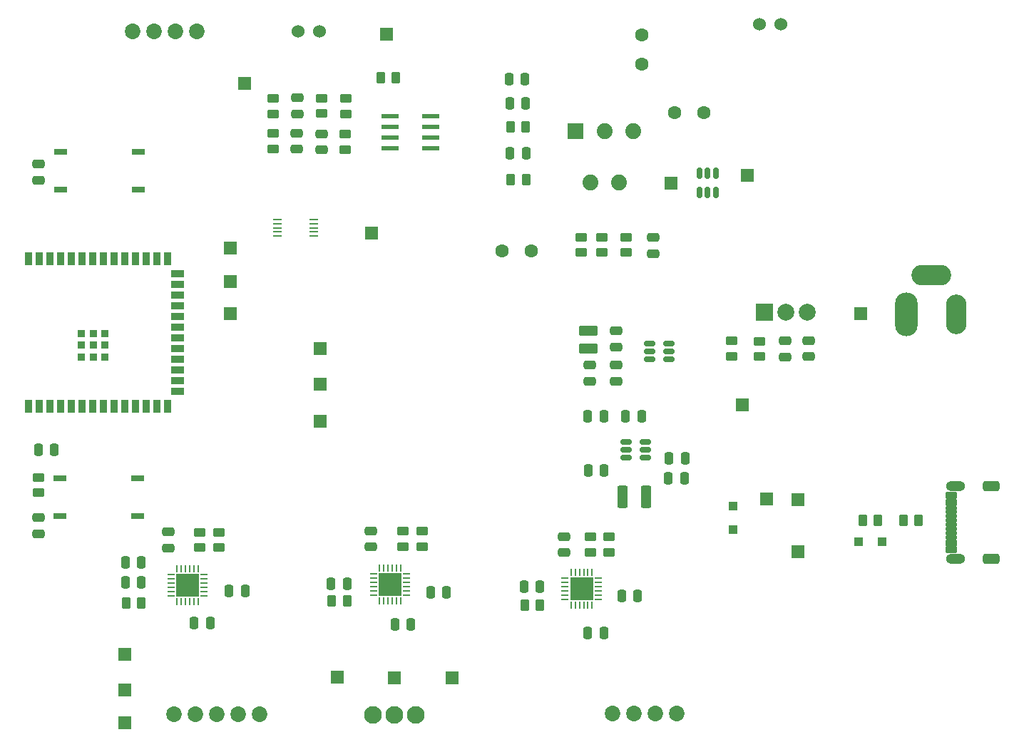
<source format=gts>
G04 #@! TF.GenerationSoftware,KiCad,Pcbnew,8.0.1*
G04 #@! TF.CreationDate,2024-11-07T20:40:26-08:00*
G04 #@! TF.ProjectId,hope_final_project,686f7065-5f66-4696-9e61-6c5f70726f6a,rev?*
G04 #@! TF.SameCoordinates,Original*
G04 #@! TF.FileFunction,Soldermask,Top*
G04 #@! TF.FilePolarity,Negative*
%FSLAX46Y46*%
G04 Gerber Fmt 4.6, Leading zero omitted, Abs format (unit mm)*
G04 Created by KiCad (PCBNEW 8.0.1) date 2024-11-07 20:40:26*
%MOMM*%
%LPD*%
G01*
G04 APERTURE LIST*
G04 Aperture macros list*
%AMRoundRect*
0 Rectangle with rounded corners*
0 $1 Rounding radius*
0 $2 $3 $4 $5 $6 $7 $8 $9 X,Y pos of 4 corners*
0 Add a 4 corners polygon primitive as box body*
4,1,4,$2,$3,$4,$5,$6,$7,$8,$9,$2,$3,0*
0 Add four circle primitives for the rounded corners*
1,1,$1+$1,$2,$3*
1,1,$1+$1,$4,$5*
1,1,$1+$1,$6,$7*
1,1,$1+$1,$8,$9*
0 Add four rect primitives between the rounded corners*
20,1,$1+$1,$2,$3,$4,$5,0*
20,1,$1+$1,$4,$5,$6,$7,0*
20,1,$1+$1,$6,$7,$8,$9,0*
20,1,$1+$1,$8,$9,$2,$3,0*%
G04 Aperture macros list end*
%ADD10RoundRect,0.250000X0.262500X0.450000X-0.262500X0.450000X-0.262500X-0.450000X0.262500X-0.450000X0*%
%ADD11RoundRect,0.250000X-0.450000X0.262500X-0.450000X-0.262500X0.450000X-0.262500X0.450000X0.262500X0*%
%ADD12R,1.500000X1.500000*%
%ADD13RoundRect,0.250000X0.450000X-0.262500X0.450000X0.262500X-0.450000X0.262500X-0.450000X-0.262500X0*%
%ADD14C,2.100000*%
%ADD15R,1.524000X0.762000*%
%ADD16RoundRect,0.250000X-0.250000X-0.475000X0.250000X-0.475000X0.250000X0.475000X-0.250000X0.475000X0*%
%ADD17RoundRect,0.250000X-0.262500X-0.450000X0.262500X-0.450000X0.262500X0.450000X-0.262500X0.450000X0*%
%ADD18RoundRect,0.250000X-0.300000X-0.300000X0.300000X-0.300000X0.300000X0.300000X-0.300000X0.300000X0*%
%ADD19RoundRect,0.250000X0.475000X-0.250000X0.475000X0.250000X-0.475000X0.250000X-0.475000X-0.250000X0*%
%ADD20C,1.524000*%
%ADD21RoundRect,0.250000X0.250000X0.475000X-0.250000X0.475000X-0.250000X-0.475000X0.250000X-0.475000X0*%
%ADD22RoundRect,0.250000X-0.475000X0.250000X-0.475000X-0.250000X0.475000X-0.250000X0.475000X0.250000X0*%
%ADD23C,1.600000*%
%ADD24RoundRect,0.062500X-0.062500X0.350000X-0.062500X-0.350000X0.062500X-0.350000X0.062500X0.350000X0*%
%ADD25RoundRect,0.062500X-0.350000X0.062500X-0.350000X-0.062500X0.350000X-0.062500X0.350000X0.062500X0*%
%ADD26R,2.700000X2.700000*%
%ADD27RoundRect,0.150000X0.512500X0.150000X-0.512500X0.150000X-0.512500X-0.150000X0.512500X-0.150000X0*%
%ADD28R,2.000000X2.000000*%
%ADD29C,2.000000*%
%ADD30R,1.890000X1.890000*%
%ADD31C,1.890000*%
%ADD32O,2.704000X5.204000*%
%ADD33O,2.454000X4.704000*%
%ADD34O,4.704000X2.454000*%
%ADD35C,1.854000*%
%ADD36RoundRect,0.150000X-0.150000X0.512500X-0.150000X-0.512500X0.150000X-0.512500X0.150000X0.512500X0*%
%ADD37R,2.000000X0.600000*%
%ADD38RoundRect,0.250000X-0.850000X0.375000X-0.850000X-0.375000X0.850000X-0.375000X0.850000X0.375000X0*%
%ADD39R,0.900000X1.500000*%
%ADD40R,1.500000X0.900000*%
%ADD41R,0.900000X0.900000*%
%ADD42R,1.100000X0.250000*%
%ADD43RoundRect,0.250000X0.300000X-0.300000X0.300000X0.300000X-0.300000X0.300000X-0.300000X-0.300000X0*%
%ADD44RoundRect,0.090000X0.575000X-0.300000X0.575000X0.300000X-0.575000X0.300000X-0.575000X-0.300000X0*%
%ADD45RoundRect,0.090000X0.575000X-0.150000X0.575000X0.150000X-0.575000X0.150000X-0.575000X-0.150000X0*%
%ADD46O,2.304000X1.204000*%
%ADD47RoundRect,0.301000X0.701000X-0.301000X0.701000X0.301000X-0.701000X0.301000X-0.701000X-0.301000X0*%
%ADD48RoundRect,0.250000X-0.375000X-1.075000X0.375000X-1.075000X0.375000X1.075000X-0.375000X1.075000X0*%
G04 APERTURE END LIST*
D10*
X148386800Y-124917200D03*
X146561800Y-124917200D03*
D11*
X158590627Y-81245900D03*
X158590627Y-83070900D03*
D12*
X186450000Y-90360000D03*
D10*
X125476000Y-124460000D03*
X123651000Y-124460000D03*
D13*
X155740627Y-83083400D03*
X155740627Y-81258400D03*
D14*
X133640000Y-137950000D03*
X131100000Y-137950000D03*
X128560000Y-137950000D03*
D15*
X91363800Y-114355002D03*
X100558600Y-114355002D03*
X91363800Y-109855000D03*
X100558600Y-109855000D03*
D16*
X163631250Y-109893750D03*
X165531250Y-109893750D03*
D17*
X144880000Y-74375000D03*
X146705000Y-74375000D03*
D18*
X186157500Y-117384100D03*
X188957500Y-117384100D03*
D19*
X104241600Y-118160800D03*
X104241600Y-116260800D03*
D20*
X122220000Y-56800000D03*
X119680000Y-56780000D03*
D11*
X116681250Y-68912500D03*
X116681250Y-70737500D03*
D12*
X172974000Y-73914000D03*
X111633000Y-90297000D03*
D19*
X119481250Y-70787500D03*
X119481250Y-68887500D03*
D16*
X154081250Y-108943750D03*
X155981250Y-108943750D03*
D21*
X90728800Y-106527600D03*
X88828800Y-106527600D03*
X148386800Y-122732800D03*
X146486800Y-122732800D03*
D12*
X172420000Y-101130000D03*
D22*
X177450000Y-93560000D03*
X177450000Y-95460000D03*
D21*
X113370400Y-123240800D03*
X111470400Y-123240800D03*
D12*
X137922000Y-133604000D03*
D21*
X109204800Y-127050800D03*
X107304800Y-127050800D03*
D23*
X147325000Y-82875000D03*
X143825000Y-82875000D03*
D13*
X122450000Y-66562500D03*
X122450000Y-64737500D03*
D24*
X107763000Y-120632500D03*
X107263000Y-120632500D03*
X106763000Y-120632500D03*
X106263000Y-120632500D03*
X105763000Y-120632500D03*
X105263000Y-120632500D03*
D25*
X104550500Y-121345000D03*
X104550500Y-121845000D03*
X104550500Y-122345000D03*
X104550500Y-122845000D03*
X104550500Y-123345000D03*
X104550500Y-123845000D03*
D24*
X105263000Y-124557500D03*
X105763000Y-124557500D03*
X106263000Y-124557500D03*
X106763000Y-124557500D03*
X107263000Y-124557500D03*
X107763000Y-124557500D03*
D25*
X108475500Y-123845000D03*
X108475500Y-123345000D03*
X108475500Y-122845000D03*
X108475500Y-122345000D03*
X108475500Y-121845000D03*
X108475500Y-121345000D03*
D26*
X106513000Y-122595000D03*
D24*
X154564400Y-121024300D03*
X154064400Y-121024300D03*
X153564400Y-121024300D03*
X153064400Y-121024300D03*
X152564400Y-121024300D03*
X152064400Y-121024300D03*
D25*
X151351900Y-121736800D03*
X151351900Y-122236800D03*
X151351900Y-122736800D03*
X151351900Y-123236800D03*
X151351900Y-123736800D03*
X151351900Y-124236800D03*
D24*
X152064400Y-124949300D03*
X152564400Y-124949300D03*
X153064400Y-124949300D03*
X153564400Y-124949300D03*
X154064400Y-124949300D03*
X154564400Y-124949300D03*
D25*
X155276900Y-124236800D03*
X155276900Y-123736800D03*
X155276900Y-123236800D03*
X155276900Y-122736800D03*
X155276900Y-122236800D03*
X155276900Y-121736800D03*
D26*
X153314400Y-122986800D03*
D11*
X88798400Y-109782600D03*
X88798400Y-111607600D03*
D27*
X160868750Y-107456250D03*
X160868750Y-106506250D03*
X160868750Y-105556250D03*
X158593750Y-105556250D03*
X158593750Y-106506250D03*
X158593750Y-107456250D03*
D12*
X124333000Y-133477000D03*
D28*
X175020000Y-90190000D03*
D29*
X177560000Y-90190000D03*
X180100000Y-90190000D03*
D30*
X152625000Y-68675000D03*
D31*
X154325000Y-74705000D03*
X156025000Y-68675000D03*
X157725000Y-74705000D03*
X159425000Y-68675000D03*
D12*
X179020000Y-112410000D03*
D15*
X91465400Y-75579801D03*
X100660200Y-75579801D03*
X91465400Y-71079799D03*
X100660200Y-71079799D03*
D12*
X99060000Y-135001000D03*
D19*
X88823800Y-116469200D03*
X88823800Y-114569200D03*
D32*
X191830000Y-90440000D03*
D33*
X197830000Y-90440000D03*
D34*
X194830000Y-85740000D03*
D35*
X164642800Y-137795000D03*
X162102800Y-137795000D03*
X159562800Y-137795000D03*
X157022800Y-137795000D03*
D24*
X131806000Y-120552500D03*
X131306000Y-120552500D03*
X130806000Y-120552500D03*
X130306000Y-120552500D03*
X129806000Y-120552500D03*
X129306000Y-120552500D03*
D25*
X128593500Y-121265000D03*
X128593500Y-121765000D03*
X128593500Y-122265000D03*
X128593500Y-122765000D03*
X128593500Y-123265000D03*
X128593500Y-123765000D03*
D24*
X129306000Y-124477500D03*
X129806000Y-124477500D03*
X130306000Y-124477500D03*
X130806000Y-124477500D03*
X131306000Y-124477500D03*
X131806000Y-124477500D03*
D25*
X132518500Y-123765000D03*
X132518500Y-123265000D03*
X132518500Y-122765000D03*
X132518500Y-122265000D03*
X132518500Y-121765000D03*
X132518500Y-121265000D03*
D26*
X130556000Y-122515000D03*
D22*
X119525000Y-64687500D03*
X119525000Y-66587500D03*
D20*
X174450000Y-55920000D03*
X176990000Y-55940000D03*
D12*
X113284000Y-62992000D03*
X111633000Y-86487000D03*
X179020000Y-118610000D03*
D36*
X169225000Y-73665500D03*
X168275000Y-73665500D03*
X167325000Y-73665500D03*
X167325000Y-75940500D03*
X168275000Y-75940500D03*
X169225000Y-75940500D03*
D21*
X160450000Y-102550000D03*
X158550000Y-102550000D03*
D13*
X156565600Y-118668800D03*
X156565600Y-116843800D03*
D12*
X111633000Y-82550000D03*
D11*
X171150000Y-93577500D03*
X171150000Y-95402500D03*
D10*
X188520800Y-114844100D03*
X186695800Y-114844100D03*
D11*
X125250000Y-68987500D03*
X125250000Y-70812500D03*
D21*
X155940800Y-128219200D03*
X154040800Y-128219200D03*
D22*
X122450000Y-68950000D03*
X122450000Y-70850000D03*
D23*
X160440000Y-60700000D03*
X160440000Y-57200000D03*
D37*
X130531250Y-66867500D03*
X130531250Y-68137500D03*
X130531250Y-69407500D03*
X130531250Y-70677500D03*
X135431250Y-70677500D03*
X135431250Y-69407500D03*
X135431250Y-68137500D03*
X135431250Y-66867500D03*
D11*
X153240627Y-81245900D03*
X153240627Y-83070900D03*
D19*
X151231600Y-118704400D03*
X151231600Y-116804400D03*
D13*
X154381200Y-118668800D03*
X154381200Y-116843800D03*
D21*
X101041200Y-122224800D03*
X99141200Y-122224800D03*
X146725000Y-71275000D03*
X144825000Y-71275000D03*
D16*
X163681250Y-107493750D03*
X165581250Y-107493750D03*
D12*
X175310000Y-112370000D03*
D13*
X132080000Y-118006500D03*
X132080000Y-116181500D03*
D22*
X154300000Y-96450000D03*
X154300000Y-98350000D03*
D38*
X154100000Y-92325000D03*
X154100000Y-94475000D03*
D35*
X115112800Y-137922000D03*
X112572800Y-137922000D03*
X110032800Y-137922000D03*
X107492800Y-137922000D03*
X104952800Y-137922000D03*
D21*
X101041200Y-119888000D03*
X99141200Y-119888000D03*
X137282000Y-123444000D03*
X135382000Y-123444000D03*
D12*
X122301000Y-98679000D03*
D13*
X107950000Y-118110000D03*
X107950000Y-116285000D03*
D12*
X99060000Y-138938000D03*
X131064000Y-133604000D03*
D10*
X146700000Y-68125000D03*
X144875000Y-68125000D03*
X131262500Y-62300000D03*
X129437500Y-62300000D03*
D13*
X125300000Y-66612500D03*
X125300000Y-64787500D03*
D21*
X125476000Y-122428000D03*
X123576000Y-122428000D03*
D22*
X157412500Y-92362500D03*
X157412500Y-94262500D03*
D21*
X146575000Y-62475000D03*
X144675000Y-62475000D03*
X133030000Y-127254000D03*
X131130000Y-127254000D03*
D13*
X116725000Y-66587500D03*
X116725000Y-64762500D03*
X174450000Y-95422500D03*
X174450000Y-93597500D03*
D22*
X161790627Y-81270900D03*
X161790627Y-83170900D03*
D17*
X191496400Y-114844100D03*
X193321400Y-114844100D03*
D35*
X107619800Y-56794400D03*
X105079800Y-56794400D03*
X102539800Y-56794400D03*
X99999800Y-56794400D03*
D10*
X101041200Y-124663200D03*
X99216200Y-124663200D03*
D21*
X159954000Y-123850400D03*
X158054000Y-123850400D03*
D12*
X130175000Y-57150000D03*
D39*
X87603200Y-101309200D03*
X88873200Y-101309200D03*
X90143200Y-101309200D03*
X91413200Y-101309200D03*
X92683200Y-101309200D03*
X93953200Y-101309200D03*
X95223200Y-101309200D03*
X96493200Y-101309200D03*
X97763200Y-101309200D03*
X99033200Y-101309200D03*
X100303200Y-101309200D03*
X101573200Y-101309200D03*
X102843200Y-101309200D03*
X104113200Y-101309200D03*
D40*
X105363200Y-99544200D03*
X105363200Y-98274200D03*
X105363200Y-97004200D03*
X105363200Y-95734200D03*
X105363200Y-94464200D03*
X105363200Y-93194200D03*
X105363200Y-91924200D03*
X105363200Y-90654200D03*
X105363200Y-89384200D03*
X105363200Y-88114200D03*
X105363200Y-86844200D03*
X105363200Y-85574200D03*
D39*
X104113200Y-83809200D03*
X102843200Y-83809200D03*
X101573200Y-83809200D03*
X100303200Y-83809200D03*
X99033200Y-83809200D03*
X97763200Y-83809200D03*
X96493200Y-83809200D03*
X95223200Y-83809200D03*
X93953200Y-83809200D03*
X92683200Y-83809200D03*
X91413200Y-83809200D03*
X90143200Y-83809200D03*
X88873200Y-83809200D03*
X87603200Y-83809200D03*
D41*
X93923200Y-95459200D03*
X95323200Y-95459200D03*
X96723200Y-95459200D03*
X96723200Y-95459200D03*
X93923200Y-94059200D03*
X93923200Y-94059200D03*
X95323200Y-94059200D03*
X96723200Y-94059200D03*
X93923200Y-92659200D03*
X95323200Y-92659200D03*
X96723200Y-92659200D03*
D42*
X117175000Y-79125000D03*
X117175000Y-79625000D03*
X117175000Y-80125000D03*
X117175000Y-80625000D03*
X117175000Y-81125000D03*
X121475000Y-81125000D03*
X121475000Y-80625000D03*
X121475000Y-80125000D03*
X121475000Y-79625000D03*
X121475000Y-79125000D03*
D43*
X171323000Y-115954000D03*
X171323000Y-113154000D03*
D19*
X128270000Y-118044000D03*
X128270000Y-116144000D03*
D21*
X155931250Y-102543750D03*
X154031250Y-102543750D03*
D27*
X163700000Y-95750000D03*
X163700000Y-94800000D03*
X163700000Y-93850000D03*
X161425000Y-93850000D03*
X161425000Y-94800000D03*
X161425000Y-95750000D03*
D12*
X122301000Y-94488000D03*
D23*
X164360000Y-66480000D03*
X167860000Y-66480000D03*
D19*
X88849200Y-74457600D03*
X88849200Y-72557600D03*
D13*
X134366000Y-118006500D03*
X134366000Y-116181500D03*
D12*
X122301000Y-103124000D03*
X128397000Y-80772000D03*
D22*
X180260000Y-93530000D03*
X180260000Y-95430000D03*
D12*
X99060000Y-130810000D03*
D44*
X197165000Y-118350000D03*
X197165000Y-117550000D03*
D45*
X197165000Y-116400000D03*
X197165000Y-115400000D03*
X197165000Y-114900000D03*
X197165000Y-113900000D03*
D44*
X197165000Y-111950000D03*
X197165000Y-112750000D03*
D45*
X197165000Y-113400000D03*
X197165000Y-114400000D03*
X197165000Y-115900000D03*
X197165000Y-116900000D03*
D46*
X197740000Y-119470000D03*
D47*
X201920000Y-119470000D03*
D46*
X197740000Y-110830000D03*
D47*
X201920000Y-110830000D03*
D12*
X163957000Y-74803000D03*
D13*
X110286800Y-118108100D03*
X110286800Y-116283100D03*
D48*
X158131250Y-112093750D03*
X160931250Y-112093750D03*
D22*
X157400000Y-96450000D03*
X157400000Y-98350000D03*
D21*
X146675000Y-65325000D03*
X144775000Y-65325000D03*
M02*

</source>
